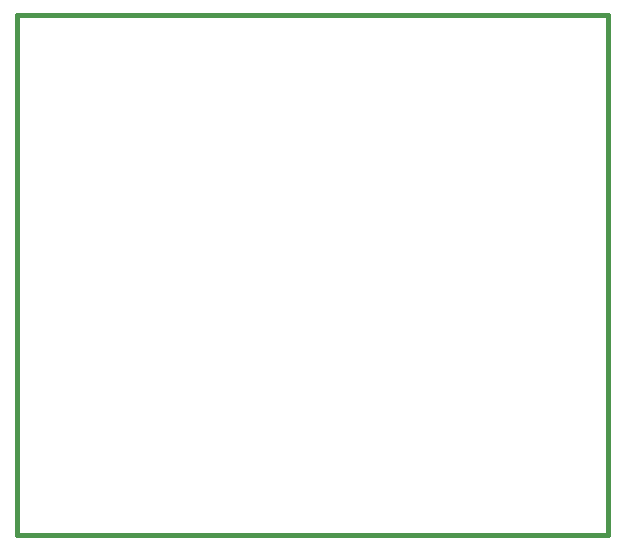
<source format=gm1>
G04*
G04 #@! TF.GenerationSoftware,Altium Limited,CircuitMaker,2.0.3 (2.0.3.51)*
G04*
G04 Layer_Color=16740166*
%FSLAX25Y25*%
%MOIN*%
G70*
G04*
G04 #@! TF.SameCoordinates,446545F6-0083-4834-B6FB-C9FCCE3C903D*
G04*
G04*
G04 #@! TF.FilePolarity,Positive*
G04*
G01*
G75*
%ADD64C,0.01575*%
D64*
Y173228D01*
X196850D01*
Y0D02*
Y173228D01*
X0Y0D02*
X196850D01*
M02*

</source>
